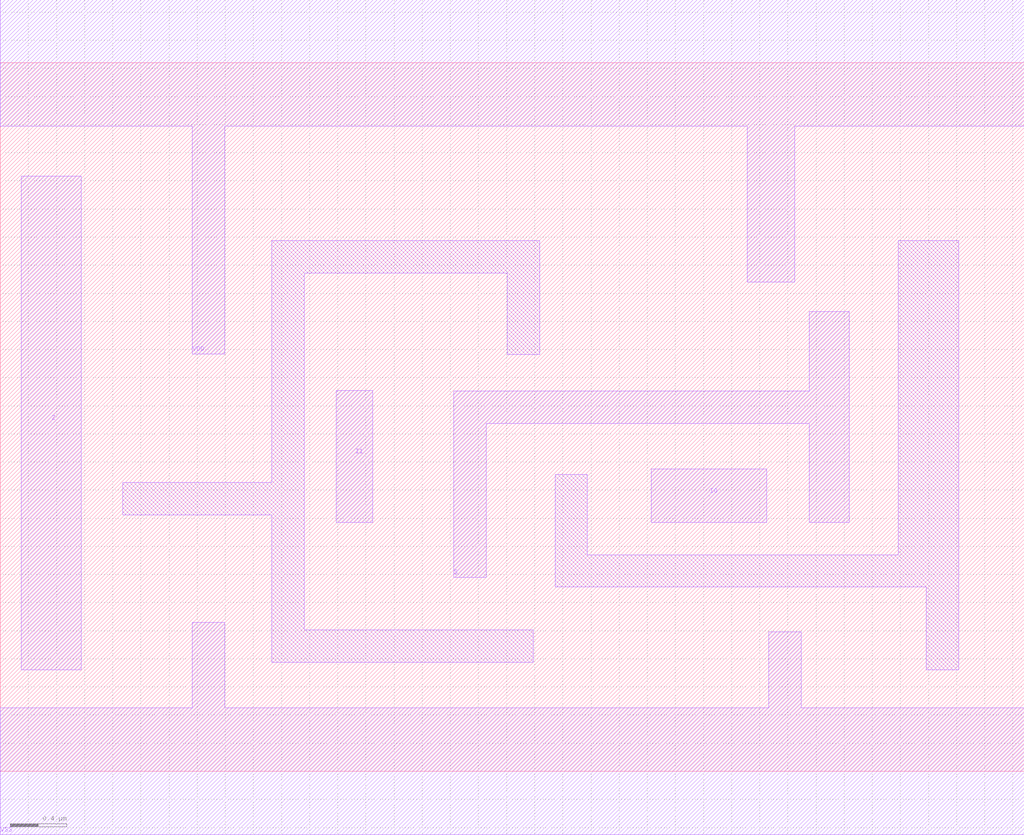
<source format=lef>
# Copyright 2022 GlobalFoundries PDK Authors
#
# Licensed under the Apache License, Version 2.0 (the "License");
# you may not use this file except in compliance with the License.
# You may obtain a copy of the License at
#
#      http://www.apache.org/licenses/LICENSE-2.0
#
# Unless required by applicable law or agreed to in writing, software
# distributed under the License is distributed on an "AS IS" BASIS,
# WITHOUT WARRANTIES OR CONDITIONS OF ANY KIND, either express or implied.
# See the License for the specific language governing permissions and
# limitations under the License.

MACRO gf180mcu_fd_sc_mcu9t5v0__mux2_1
  CLASS core ;
  FOREIGN gf180mcu_fd_sc_mcu9t5v0__mux2_1 0.0 0.0 ;
  ORIGIN 0 0 ;
  SYMMETRY X Y ;
  SITE GF018hv5v_green_sc9 ;
  SIZE 7.28 BY 5.04 ;
  PIN I0
    DIRECTION INPUT ;
    ANTENNAGATEAREA 0.8535 ;
    PORT
      LAYER Metal1 ;
        POLYGON 4.63 1.77 5.45 1.77 5.45 2.15 4.63 2.15  ;
    END
  END I0
  PIN I1
    DIRECTION INPUT ;
    ANTENNAGATEAREA 0.8535 ;
    PORT
      LAYER Metal1 ;
        POLYGON 2.39 1.77 2.65 1.77 2.65 2.71 2.39 2.71  ;
    END
  END I1
  PIN S
    DIRECTION INPUT ;
    ANTENNAGATEAREA 1.707 ;
    PORT
      LAYER Metal1 ;
        POLYGON 3.225 1.38 3.455 1.38 3.455 2.475 5.75 2.475 5.75 1.77 6.035 1.77 6.035 3.27 5.75 3.27 5.75 2.705 3.225 2.705  ;
    END
  END S
  PIN Z
    DIRECTION OUTPUT ;
    ANTENNADIFFAREA 1.386 ;
    PORT
      LAYER Metal1 ;
        POLYGON 0.15 0.72 0.575 0.72 0.575 4.235 0.15 4.235  ;
    END
  END Z
  PIN VDD
    DIRECTION INOUT ;
    USE power ;
    SHAPE ABUTMENT ;
    PORT
      LAYER Metal1 ;
        POLYGON 0 4.59 1.365 4.59 1.365 2.97 1.595 2.97 1.595 4.59 3.835 4.59 5.31 4.59 5.31 3.48 5.65 3.48 5.65 4.59 6.815 4.59 7.28 4.59 7.28 5.49 6.815 5.49 3.835 5.49 0 5.49  ;
    END
  END VDD
  PIN VSS
    DIRECTION INOUT ;
    USE ground ;
    SHAPE ABUTMENT ;
    PORT
      LAYER Metal1 ;
        POLYGON 0 -0.45 7.28 -0.45 7.28 0.45 5.695 0.45 5.695 0.99 5.465 0.99 5.465 0.45 1.595 0.45 1.595 1.06 1.365 1.06 1.365 0.45 0 0.45  ;
    END
  END VSS
  OBS
      LAYER Metal1 ;
        POLYGON 2.16 3.545 3.605 3.545 3.605 2.965 3.835 2.965 3.835 3.775 1.93 3.775 1.93 2.055 0.87 2.055 0.87 1.825 1.93 1.825 1.93 0.775 3.79 0.775 3.79 1.005 2.16 1.005  ;
        POLYGON 3.945 1.31 6.585 1.31 6.585 0.72 6.815 0.72 6.815 3.775 6.385 3.775 6.385 1.54 4.175 1.54 4.175 2.11 3.945 2.11  ;
  END
END gf180mcu_fd_sc_mcu9t5v0__mux2_1

</source>
